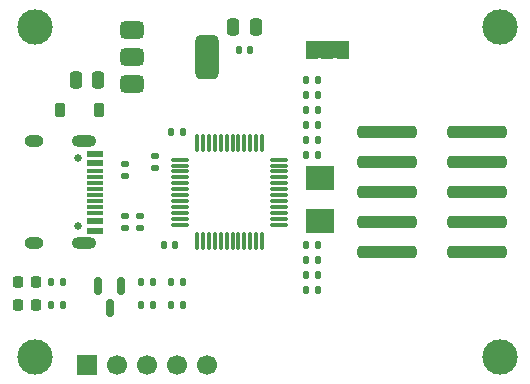
<source format=gts>
%TF.GenerationSoftware,KiCad,Pcbnew,9.0.4+dfsg-1*%
%TF.CreationDate,2025-10-02T09:05:41+08:00*%
%TF.ProjectId,stlink,73746c69-6e6b-42e6-9b69-6361645f7063,b*%
%TF.SameCoordinates,Original*%
%TF.FileFunction,Soldermask,Top*%
%TF.FilePolarity,Negative*%
%FSLAX45Y45*%
G04 Gerber Fmt 4.5, Leading zero omitted, Abs format (unit mm)*
G04 Created by KiCad (PCBNEW 9.0.4+dfsg-1) date 2025-10-02 09:05:41*
%MOMM*%
%LPD*%
G01*
G04 APERTURE LIST*
G04 Aperture macros list*
%AMRoundRect*
0 Rectangle with rounded corners*
0 $1 Rounding radius*
0 $2 $3 $4 $5 $6 $7 $8 $9 X,Y pos of 4 corners*
0 Add a 4 corners polygon primitive as box body*
4,1,4,$2,$3,$4,$5,$6,$7,$8,$9,$2,$3,0*
0 Add four circle primitives for the rounded corners*
1,1,$1+$1,$2,$3*
1,1,$1+$1,$4,$5*
1,1,$1+$1,$6,$7*
1,1,$1+$1,$8,$9*
0 Add four rect primitives between the rounded corners*
20,1,$1+$1,$2,$3,$4,$5,0*
20,1,$1+$1,$4,$5,$6,$7,0*
20,1,$1+$1,$6,$7,$8,$9,0*
20,1,$1+$1,$8,$9,$2,$3,0*%
G04 Aperture macros list end*
%ADD10RoundRect,0.250000X0.250000X0.475000X-0.250000X0.475000X-0.250000X-0.475000X0.250000X-0.475000X0*%
%ADD11RoundRect,0.250000X-0.250000X-0.475000X0.250000X-0.475000X0.250000X0.475000X-0.250000X0.475000X0*%
%ADD12RoundRect,0.135000X-0.185000X0.135000X-0.185000X-0.135000X0.185000X-0.135000X0.185000X0.135000X0*%
%ADD13RoundRect,0.140000X-0.140000X-0.170000X0.140000X-0.170000X0.140000X0.170000X-0.140000X0.170000X0*%
%ADD14RoundRect,0.140000X0.140000X0.170000X-0.140000X0.170000X-0.140000X-0.170000X0.140000X-0.170000X0*%
%ADD15RoundRect,0.250000X-2.250000X-0.260000X2.250000X-0.260000X2.250000X0.260000X-2.250000X0.260000X0*%
%ADD16RoundRect,0.218750X-0.218750X-0.256250X0.218750X-0.256250X0.218750X0.256250X-0.218750X0.256250X0*%
%ADD17RoundRect,0.218750X0.218750X0.256250X-0.218750X0.256250X-0.218750X-0.256250X0.218750X-0.256250X0*%
%ADD18RoundRect,0.135000X-0.135000X-0.185000X0.135000X-0.185000X0.135000X0.185000X-0.135000X0.185000X0*%
%ADD19RoundRect,0.225000X0.225000X0.375000X-0.225000X0.375000X-0.225000X-0.375000X0.225000X-0.375000X0*%
%ADD20RoundRect,0.075000X0.662500X0.075000X-0.662500X0.075000X-0.662500X-0.075000X0.662500X-0.075000X0*%
%ADD21RoundRect,0.075000X0.075000X0.662500X-0.075000X0.662500X-0.075000X-0.662500X0.075000X-0.662500X0*%
%ADD22RoundRect,0.150000X-0.150000X0.587500X-0.150000X-0.587500X0.150000X-0.587500X0.150000X0.587500X0*%
%ADD23RoundRect,0.135000X0.135000X0.185000X-0.135000X0.185000X-0.135000X-0.185000X0.135000X-0.185000X0*%
%ADD24R,2.400000X2.000000*%
%ADD25R,1.000000X1.500000*%
%ADD26R,1.700000X1.700000*%
%ADD27C,1.700000*%
%ADD28RoundRect,0.135000X0.185000X-0.135000X0.185000X0.135000X-0.185000X0.135000X-0.185000X-0.135000X0*%
%ADD29C,3.000000*%
%ADD30C,0.650000*%
%ADD31R,1.450000X0.600000*%
%ADD32R,1.450000X0.300000*%
%ADD33O,2.100000X1.000000*%
%ADD34O,1.600000X1.000000*%
%ADD35RoundRect,0.375000X-0.625000X-0.375000X0.625000X-0.375000X0.625000X0.375000X-0.625000X0.375000X0*%
%ADD36RoundRect,0.500000X-0.500000X-1.400000X0.500000X-1.400000X0.500000X1.400000X-0.500000X1.400000X0*%
G04 APERTURE END LIST*
%TO.C,JP1*%
G36*
X12813500Y-7608500D02*
G01*
X12973500Y-7608500D01*
X12973500Y-7758500D01*
X12813500Y-7758500D01*
X12813500Y-7608500D01*
G37*
%TD*%
D10*
%TO.C,C4*%
X10953500Y-7937500D03*
X10763500Y-7937500D03*
%TD*%
D11*
%TO.C,C5*%
X12097000Y-7493000D03*
X12287000Y-7493000D03*
%TD*%
D12*
%TO.C,R5*%
X11303000Y-9093000D03*
X11303000Y-9195000D03*
%TD*%
D13*
%TO.C,C6*%
X12715500Y-9715500D03*
X12811500Y-9715500D03*
%TD*%
%TO.C,C7*%
X12715500Y-8191500D03*
X12811500Y-8191500D03*
%TD*%
D14*
%TO.C,C8*%
X11668500Y-8382000D03*
X11572500Y-8382000D03*
%TD*%
%TO.C,C9*%
X11605000Y-9334500D03*
X11509000Y-9334500D03*
%TD*%
D15*
%TO.C,J2*%
X13399500Y-8382000D03*
X14159500Y-8382000D03*
X13399500Y-8636000D03*
X14159500Y-8636000D03*
X13399500Y-8890000D03*
X14159500Y-8890000D03*
X13399500Y-9144000D03*
X14159500Y-9144000D03*
X13399500Y-9398000D03*
X14159500Y-9398000D03*
%TD*%
D14*
%TO.C,C2*%
X12811500Y-9334500D03*
X12715500Y-9334500D03*
%TD*%
%TO.C,C3*%
X12811500Y-8572500D03*
X12715500Y-8572500D03*
%TD*%
D16*
%TO.C,D2*%
X10271750Y-9652000D03*
X10429250Y-9652000D03*
%TD*%
D17*
%TO.C,D3*%
X10429250Y-9842500D03*
X10271750Y-9842500D03*
%TD*%
D18*
%TO.C,R14*%
X10553500Y-9652000D03*
X10655500Y-9652000D03*
%TD*%
D19*
%TO.C,D1*%
X10960000Y-8191500D03*
X10630000Y-8191500D03*
%TD*%
D20*
%TO.C,U1*%
X12481250Y-9165000D03*
X12481250Y-9115000D03*
X12481250Y-9065000D03*
X12481250Y-9015000D03*
X12481250Y-8965000D03*
X12481250Y-8915000D03*
X12481250Y-8865000D03*
X12481250Y-8815000D03*
X12481250Y-8765000D03*
X12481250Y-8715000D03*
X12481250Y-8665000D03*
X12481250Y-8615000D03*
D21*
X12340000Y-8473750D03*
X12290000Y-8473750D03*
X12240000Y-8473750D03*
X12190000Y-8473750D03*
X12140000Y-8473750D03*
X12090000Y-8473750D03*
X12040000Y-8473750D03*
X11990000Y-8473750D03*
X11940000Y-8473750D03*
X11890000Y-8473750D03*
X11840000Y-8473750D03*
X11790000Y-8473750D03*
D20*
X11648750Y-8615000D03*
X11648750Y-8665000D03*
X11648750Y-8715000D03*
X11648750Y-8765000D03*
X11648750Y-8815000D03*
X11648750Y-8865000D03*
X11648750Y-8915000D03*
X11648750Y-8965000D03*
X11648750Y-9015000D03*
X11648750Y-9065000D03*
X11648750Y-9115000D03*
X11648750Y-9165000D03*
D21*
X11790000Y-9306250D03*
X11840000Y-9306250D03*
X11890000Y-9306250D03*
X11940000Y-9306250D03*
X11990000Y-9306250D03*
X12040000Y-9306250D03*
X12090000Y-9306250D03*
X12140000Y-9306250D03*
X12190000Y-9306250D03*
X12240000Y-9306250D03*
X12290000Y-9306250D03*
X12340000Y-9306250D03*
%TD*%
D13*
%TO.C,C1*%
X12715500Y-8318500D03*
X12811500Y-8318500D03*
%TD*%
D18*
%TO.C,R1*%
X12712500Y-8445500D03*
X12814500Y-8445500D03*
%TD*%
%TO.C,R2*%
X11569500Y-9842500D03*
X11671500Y-9842500D03*
%TD*%
D12*
%TO.C,R11*%
X11430000Y-8585000D03*
X11430000Y-8687000D03*
%TD*%
D22*
%TO.C,Q1*%
X11144000Y-9685250D03*
X11049000Y-9872750D03*
X10954000Y-9685250D03*
%TD*%
D23*
%TO.C,R8*%
X11417500Y-9842500D03*
X11315500Y-9842500D03*
%TD*%
D18*
%TO.C,R9*%
X11315500Y-9652000D03*
X11417500Y-9652000D03*
%TD*%
D23*
%TO.C,R6*%
X12814500Y-9588500D03*
X12712500Y-9588500D03*
%TD*%
%TO.C,R7*%
X12814500Y-9461500D03*
X12712500Y-9461500D03*
%TD*%
D18*
%TO.C,R12*%
X12712500Y-7937500D03*
X12814500Y-7937500D03*
%TD*%
D23*
%TO.C,R10*%
X11671500Y-9652000D03*
X11569500Y-9652000D03*
%TD*%
D24*
%TO.C,Y1*%
X12827000Y-9138500D03*
X12827000Y-8768500D03*
%TD*%
D23*
%TO.C,R15*%
X10655500Y-9842500D03*
X10553500Y-9842500D03*
%TD*%
D25*
%TO.C,JP1*%
X12763500Y-7683500D03*
X12893500Y-7683500D03*
X13023500Y-7683500D03*
%TD*%
D23*
%TO.C,R13*%
X12814500Y-8064500D03*
X12712500Y-8064500D03*
%TD*%
D26*
%TO.C,J3*%
X10858500Y-10350000D03*
D27*
X11112500Y-10350000D03*
X11366500Y-10350000D03*
X11620500Y-10350000D03*
X11874500Y-10350000D03*
%TD*%
D28*
%TO.C,R3*%
X11176000Y-9195000D03*
X11176000Y-9093000D03*
%TD*%
D29*
%TO.C,B1*%
X10414000Y-7493000D03*
X10414000Y-10287000D03*
X14351000Y-7493000D03*
X14351000Y-10287000D03*
%TD*%
D30*
%TO.C,J1*%
X10778000Y-8601000D03*
X10778000Y-9179000D03*
D31*
X10922500Y-8565000D03*
X10922500Y-8645000D03*
D32*
X10922500Y-8765000D03*
X10922500Y-8865000D03*
X10922500Y-8915000D03*
X10922500Y-9015000D03*
D31*
X10922500Y-9135000D03*
X10922500Y-9215000D03*
X10922500Y-9215000D03*
X10922500Y-9135000D03*
D32*
X10922500Y-9065000D03*
X10922500Y-8965000D03*
X10922500Y-8815000D03*
X10922500Y-8715000D03*
D31*
X10922500Y-8645000D03*
X10922500Y-8565000D03*
D33*
X10831000Y-8458000D03*
D34*
X10413000Y-8458000D03*
D33*
X10831000Y-9322000D03*
D34*
X10413000Y-9322000D03*
%TD*%
D13*
%TO.C,C10*%
X12144000Y-7683500D03*
X12240000Y-7683500D03*
%TD*%
D12*
%TO.C,R4*%
X11176000Y-8648500D03*
X11176000Y-8750500D03*
%TD*%
D35*
%TO.C,U3*%
X11242000Y-7517000D03*
D36*
X11872000Y-7747000D03*
D35*
X11242000Y-7747000D03*
X11242000Y-7977000D03*
%TD*%
M02*

</source>
